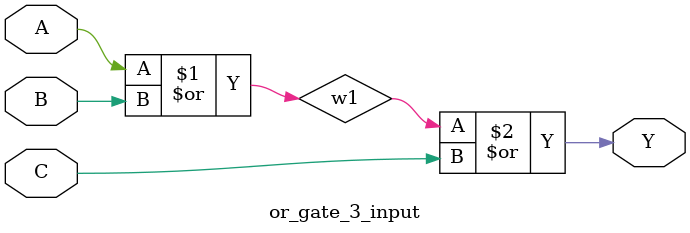
<source format=v>
module or_gate_3_input (input A, input B, input C, output Y);
    wire w1;
    or g1(w1, A, B);
    or g2(Y, w1, C);
endmodule
</source>
